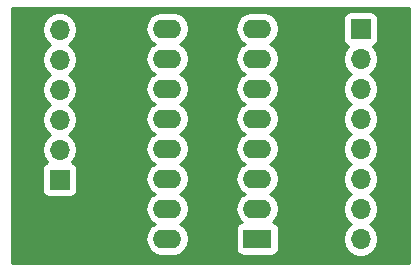
<source format=gbr>
G04 #@! TF.GenerationSoftware,KiCad,Pcbnew,5.0.2-bee76a0~70~ubuntu18.04.1*
G04 #@! TF.CreationDate,2019-03-01T21:34:11+01:00*
G04 #@! TF.ProjectId,MCP3008_filled,4d435033-3030-4385-9f66-696c6c65642e,2*
G04 #@! TF.SameCoordinates,Original*
G04 #@! TF.FileFunction,Copper,L2,Bot*
G04 #@! TF.FilePolarity,Positive*
%FSLAX46Y46*%
G04 Gerber Fmt 4.6, Leading zero omitted, Abs format (unit mm)*
G04 Created by KiCad (PCBNEW 5.0.2-bee76a0~70~ubuntu18.04.1) date Fr 01 Mär 2019 21:34:11 CET*
%MOMM*%
%LPD*%
G01*
G04 APERTURE LIST*
G04 #@! TA.AperFunction,ComponentPad*
%ADD10O,1.700000X1.700000*%
G04 #@! TD*
G04 #@! TA.AperFunction,ComponentPad*
%ADD11R,1.700000X1.700000*%
G04 #@! TD*
G04 #@! TA.AperFunction,ComponentPad*
%ADD12O,2.400000X1.600000*%
G04 #@! TD*
G04 #@! TA.AperFunction,ComponentPad*
%ADD13R,2.400000X1.600000*%
G04 #@! TD*
G04 #@! TA.AperFunction,NonConductor*
%ADD14C,0.254000*%
G04 #@! TD*
G04 APERTURE END LIST*
D10*
G04 #@! TO.P,REF\002A\002A,8*
G04 #@! TO.N,N/C*
X205740000Y-93780000D03*
G04 #@! TO.P,REF\002A\002A,7*
X205740000Y-91240000D03*
G04 #@! TO.P,REF\002A\002A,6*
X205740000Y-88700000D03*
G04 #@! TO.P,REF\002A\002A,5*
X205740000Y-86160000D03*
G04 #@! TO.P,REF\002A\002A,4*
X205740000Y-83620000D03*
G04 #@! TO.P,REF\002A\002A,3*
X205740000Y-81080000D03*
G04 #@! TO.P,REF\002A\002A,2*
X205740000Y-78540000D03*
D11*
G04 #@! TO.P,REF\002A\002A,1*
X205740000Y-76000000D03*
G04 #@! TD*
D10*
G04 #@! TO.P,REF\002A\002A,6*
G04 #@! TO.N,N/C*
X180250000Y-76050000D03*
G04 #@! TO.P,REF\002A\002A,5*
X180250000Y-78590000D03*
G04 #@! TO.P,REF\002A\002A,4*
X180250000Y-81130000D03*
G04 #@! TO.P,REF\002A\002A,3*
X180250000Y-83670000D03*
G04 #@! TO.P,REF\002A\002A,2*
X180250000Y-86210000D03*
D11*
G04 #@! TO.P,REF\002A\002A,1*
X180250000Y-88750000D03*
G04 #@! TD*
D12*
G04 #@! TO.P,REF\002A\002A,16*
G04 #@! TO.N,N/C*
X189380000Y-93750000D03*
G04 #@! TO.P,REF\002A\002A,8*
X197000000Y-75970000D03*
G04 #@! TO.P,REF\002A\002A,15*
X189380000Y-91210000D03*
G04 #@! TO.P,REF\002A\002A,7*
X197000000Y-78510000D03*
G04 #@! TO.P,REF\002A\002A,14*
X189380000Y-88670000D03*
G04 #@! TO.P,REF\002A\002A,6*
X197000000Y-81050000D03*
G04 #@! TO.P,REF\002A\002A,13*
X189380000Y-86130000D03*
G04 #@! TO.P,REF\002A\002A,5*
X197000000Y-83590000D03*
G04 #@! TO.P,REF\002A\002A,12*
X189380000Y-83590000D03*
G04 #@! TO.P,REF\002A\002A,4*
X197000000Y-86130000D03*
G04 #@! TO.P,REF\002A\002A,11*
X189380000Y-81050000D03*
G04 #@! TO.P,REF\002A\002A,3*
X197000000Y-88670000D03*
G04 #@! TO.P,REF\002A\002A,10*
X189380000Y-78510000D03*
G04 #@! TO.P,REF\002A\002A,2*
X197000000Y-91210000D03*
G04 #@! TO.P,REF\002A\002A,9*
X189380000Y-75970000D03*
D13*
G04 #@! TO.P,REF\002A\002A,1*
X197000000Y-93750000D03*
G04 #@! TD*
D14*
G36*
X209815001Y-95815000D02*
X176185000Y-95815000D01*
X176185000Y-76050000D01*
X178735908Y-76050000D01*
X178851161Y-76629418D01*
X179179375Y-77120625D01*
X179477761Y-77320000D01*
X179179375Y-77519375D01*
X178851161Y-78010582D01*
X178735908Y-78590000D01*
X178851161Y-79169418D01*
X179179375Y-79660625D01*
X179477761Y-79860000D01*
X179179375Y-80059375D01*
X178851161Y-80550582D01*
X178735908Y-81130000D01*
X178851161Y-81709418D01*
X179179375Y-82200625D01*
X179477761Y-82400000D01*
X179179375Y-82599375D01*
X178851161Y-83090582D01*
X178735908Y-83670000D01*
X178851161Y-84249418D01*
X179179375Y-84740625D01*
X179477761Y-84940000D01*
X179179375Y-85139375D01*
X178851161Y-85630582D01*
X178735908Y-86210000D01*
X178851161Y-86789418D01*
X179179375Y-87280625D01*
X179197619Y-87292816D01*
X179152235Y-87301843D01*
X179099214Y-87337271D01*
X179040302Y-87361673D01*
X178995211Y-87406764D01*
X178942191Y-87442191D01*
X178906765Y-87495209D01*
X178861673Y-87540301D01*
X178837270Y-87599215D01*
X178801843Y-87652235D01*
X178789403Y-87714776D01*
X178765000Y-87773690D01*
X178765000Y-87837459D01*
X178752560Y-87900000D01*
X178752560Y-89600000D01*
X178765000Y-89662541D01*
X178765000Y-89726310D01*
X178789403Y-89785224D01*
X178801843Y-89847765D01*
X178837270Y-89900785D01*
X178861673Y-89959699D01*
X178906765Y-90004791D01*
X178942191Y-90057809D01*
X178995211Y-90093236D01*
X179040302Y-90138327D01*
X179099214Y-90162729D01*
X179152235Y-90198157D01*
X179214778Y-90210597D01*
X179273691Y-90235000D01*
X179337459Y-90235000D01*
X179400000Y-90247440D01*
X181100000Y-90247440D01*
X181162541Y-90235000D01*
X181226309Y-90235000D01*
X181285222Y-90210597D01*
X181347765Y-90198157D01*
X181400786Y-90162729D01*
X181459698Y-90138327D01*
X181504789Y-90093236D01*
X181557809Y-90057809D01*
X181593235Y-90004791D01*
X181638327Y-89959699D01*
X181662730Y-89900785D01*
X181698157Y-89847765D01*
X181710597Y-89785224D01*
X181735000Y-89726310D01*
X181735000Y-89662541D01*
X181747440Y-89600000D01*
X181747440Y-87900000D01*
X181735000Y-87837459D01*
X181735000Y-87773690D01*
X181710597Y-87714776D01*
X181698157Y-87652235D01*
X181662730Y-87599215D01*
X181638327Y-87540301D01*
X181593235Y-87495209D01*
X181557809Y-87442191D01*
X181504789Y-87406764D01*
X181459698Y-87361673D01*
X181400786Y-87337271D01*
X181347765Y-87301843D01*
X181302381Y-87292816D01*
X181320625Y-87280625D01*
X181648839Y-86789418D01*
X181764092Y-86210000D01*
X181648839Y-85630582D01*
X181320625Y-85139375D01*
X181022239Y-84940000D01*
X181320625Y-84740625D01*
X181648839Y-84249418D01*
X181764092Y-83670000D01*
X181648839Y-83090582D01*
X181320625Y-82599375D01*
X181022239Y-82400000D01*
X181320625Y-82200625D01*
X181648839Y-81709418D01*
X181764092Y-81130000D01*
X181648839Y-80550582D01*
X181320625Y-80059375D01*
X181022239Y-79860000D01*
X181320625Y-79660625D01*
X181648839Y-79169418D01*
X181764092Y-78590000D01*
X181648839Y-78010582D01*
X181320625Y-77519375D01*
X181022239Y-77320000D01*
X181320625Y-77120625D01*
X181648839Y-76629418D01*
X181764092Y-76050000D01*
X181748180Y-75970000D01*
X187516887Y-75970000D01*
X187628260Y-76529909D01*
X187945423Y-77004577D01*
X188297758Y-77240000D01*
X187945423Y-77475423D01*
X187628260Y-77950091D01*
X187516887Y-78510000D01*
X187628260Y-79069909D01*
X187945423Y-79544577D01*
X188297758Y-79780000D01*
X187945423Y-80015423D01*
X187628260Y-80490091D01*
X187516887Y-81050000D01*
X187628260Y-81609909D01*
X187945423Y-82084577D01*
X188297758Y-82320000D01*
X187945423Y-82555423D01*
X187628260Y-83030091D01*
X187516887Y-83590000D01*
X187628260Y-84149909D01*
X187945423Y-84624577D01*
X188297758Y-84860000D01*
X187945423Y-85095423D01*
X187628260Y-85570091D01*
X187516887Y-86130000D01*
X187628260Y-86689909D01*
X187945423Y-87164577D01*
X188297758Y-87400000D01*
X187945423Y-87635423D01*
X187628260Y-88110091D01*
X187516887Y-88670000D01*
X187628260Y-89229909D01*
X187945423Y-89704577D01*
X188297758Y-89940000D01*
X187945423Y-90175423D01*
X187628260Y-90650091D01*
X187516887Y-91210000D01*
X187628260Y-91769909D01*
X187945423Y-92244577D01*
X188297758Y-92480000D01*
X187945423Y-92715423D01*
X187628260Y-93190091D01*
X187516887Y-93750000D01*
X187628260Y-94309909D01*
X187945423Y-94784577D01*
X188420091Y-95101740D01*
X188838667Y-95185000D01*
X189921333Y-95185000D01*
X190339909Y-95101740D01*
X190814577Y-94784577D01*
X191131740Y-94309909D01*
X191243113Y-93750000D01*
X191131740Y-93190091D01*
X190814577Y-92715423D01*
X190462242Y-92480000D01*
X190814577Y-92244577D01*
X191131740Y-91769909D01*
X191243113Y-91210000D01*
X191131740Y-90650091D01*
X190814577Y-90175423D01*
X190462242Y-89940000D01*
X190814577Y-89704577D01*
X191131740Y-89229909D01*
X191243113Y-88670000D01*
X191131740Y-88110091D01*
X190814577Y-87635423D01*
X190462242Y-87400000D01*
X190814577Y-87164577D01*
X191131740Y-86689909D01*
X191243113Y-86130000D01*
X191131740Y-85570091D01*
X190814577Y-85095423D01*
X190462242Y-84860000D01*
X190814577Y-84624577D01*
X191131740Y-84149909D01*
X191243113Y-83590000D01*
X191131740Y-83030091D01*
X190814577Y-82555423D01*
X190462242Y-82320000D01*
X190814577Y-82084577D01*
X191131740Y-81609909D01*
X191243113Y-81050000D01*
X191131740Y-80490091D01*
X190814577Y-80015423D01*
X190462242Y-79780000D01*
X190814577Y-79544577D01*
X191131740Y-79069909D01*
X191243113Y-78510000D01*
X191131740Y-77950091D01*
X190814577Y-77475423D01*
X190462242Y-77240000D01*
X190814577Y-77004577D01*
X191131740Y-76529909D01*
X191243113Y-75970000D01*
X195136887Y-75970000D01*
X195248260Y-76529909D01*
X195565423Y-77004577D01*
X195917758Y-77240000D01*
X195565423Y-77475423D01*
X195248260Y-77950091D01*
X195136887Y-78510000D01*
X195248260Y-79069909D01*
X195565423Y-79544577D01*
X195917758Y-79780000D01*
X195565423Y-80015423D01*
X195248260Y-80490091D01*
X195136887Y-81050000D01*
X195248260Y-81609909D01*
X195565423Y-82084577D01*
X195917758Y-82320000D01*
X195565423Y-82555423D01*
X195248260Y-83030091D01*
X195136887Y-83590000D01*
X195248260Y-84149909D01*
X195565423Y-84624577D01*
X195917758Y-84860000D01*
X195565423Y-85095423D01*
X195248260Y-85570091D01*
X195136887Y-86130000D01*
X195248260Y-86689909D01*
X195565423Y-87164577D01*
X195917758Y-87400000D01*
X195565423Y-87635423D01*
X195248260Y-88110091D01*
X195136887Y-88670000D01*
X195248260Y-89229909D01*
X195565423Y-89704577D01*
X195917758Y-89940000D01*
X195565423Y-90175423D01*
X195248260Y-90650091D01*
X195136887Y-91210000D01*
X195248260Y-91769909D01*
X195565423Y-92244577D01*
X195671918Y-92315735D01*
X195614778Y-92339403D01*
X195552235Y-92351843D01*
X195499214Y-92387271D01*
X195440302Y-92411673D01*
X195395211Y-92456764D01*
X195342191Y-92492191D01*
X195306765Y-92545209D01*
X195261673Y-92590301D01*
X195237270Y-92649215D01*
X195201843Y-92702235D01*
X195189403Y-92764776D01*
X195165000Y-92823690D01*
X195165000Y-92887459D01*
X195152560Y-92950000D01*
X195152560Y-94550000D01*
X195165000Y-94612541D01*
X195165000Y-94676310D01*
X195189403Y-94735224D01*
X195201843Y-94797765D01*
X195237270Y-94850785D01*
X195261673Y-94909699D01*
X195306765Y-94954791D01*
X195342191Y-95007809D01*
X195395211Y-95043236D01*
X195440302Y-95088327D01*
X195499214Y-95112729D01*
X195552235Y-95148157D01*
X195614778Y-95160597D01*
X195673691Y-95185000D01*
X195737459Y-95185000D01*
X195800000Y-95197440D01*
X198200000Y-95197440D01*
X198262541Y-95185000D01*
X198326309Y-95185000D01*
X198385222Y-95160597D01*
X198447765Y-95148157D01*
X198500786Y-95112729D01*
X198559698Y-95088327D01*
X198604789Y-95043236D01*
X198657809Y-95007809D01*
X198693235Y-94954791D01*
X198738327Y-94909699D01*
X198762730Y-94850785D01*
X198798157Y-94797765D01*
X198810597Y-94735224D01*
X198835000Y-94676310D01*
X198835000Y-94612541D01*
X198847440Y-94550000D01*
X198847440Y-92950000D01*
X198835000Y-92887459D01*
X198835000Y-92823690D01*
X198810597Y-92764776D01*
X198798157Y-92702235D01*
X198762730Y-92649215D01*
X198738327Y-92590301D01*
X198693235Y-92545209D01*
X198657809Y-92492191D01*
X198604789Y-92456764D01*
X198559698Y-92411673D01*
X198500786Y-92387271D01*
X198447765Y-92351843D01*
X198385222Y-92339403D01*
X198328082Y-92315735D01*
X198434577Y-92244577D01*
X198751740Y-91769909D01*
X198863113Y-91210000D01*
X198751740Y-90650091D01*
X198434577Y-90175423D01*
X198082242Y-89940000D01*
X198434577Y-89704577D01*
X198751740Y-89229909D01*
X198863113Y-88670000D01*
X198751740Y-88110091D01*
X198434577Y-87635423D01*
X198082242Y-87400000D01*
X198434577Y-87164577D01*
X198751740Y-86689909D01*
X198863113Y-86130000D01*
X198751740Y-85570091D01*
X198434577Y-85095423D01*
X198082242Y-84860000D01*
X198434577Y-84624577D01*
X198751740Y-84149909D01*
X198863113Y-83590000D01*
X198751740Y-83030091D01*
X198434577Y-82555423D01*
X198082242Y-82320000D01*
X198434577Y-82084577D01*
X198751740Y-81609909D01*
X198863113Y-81050000D01*
X198751740Y-80490091D01*
X198434577Y-80015423D01*
X198082242Y-79780000D01*
X198434577Y-79544577D01*
X198751740Y-79069909D01*
X198857145Y-78540000D01*
X204225908Y-78540000D01*
X204341161Y-79119418D01*
X204669375Y-79610625D01*
X204967761Y-79810000D01*
X204669375Y-80009375D01*
X204341161Y-80500582D01*
X204225908Y-81080000D01*
X204341161Y-81659418D01*
X204669375Y-82150625D01*
X204967761Y-82350000D01*
X204669375Y-82549375D01*
X204341161Y-83040582D01*
X204225908Y-83620000D01*
X204341161Y-84199418D01*
X204669375Y-84690625D01*
X204967761Y-84890000D01*
X204669375Y-85089375D01*
X204341161Y-85580582D01*
X204225908Y-86160000D01*
X204341161Y-86739418D01*
X204669375Y-87230625D01*
X204967761Y-87430000D01*
X204669375Y-87629375D01*
X204341161Y-88120582D01*
X204225908Y-88700000D01*
X204341161Y-89279418D01*
X204669375Y-89770625D01*
X204967761Y-89970000D01*
X204669375Y-90169375D01*
X204341161Y-90660582D01*
X204225908Y-91240000D01*
X204341161Y-91819418D01*
X204669375Y-92310625D01*
X204967761Y-92510000D01*
X204669375Y-92709375D01*
X204341161Y-93200582D01*
X204225908Y-93780000D01*
X204341161Y-94359418D01*
X204669375Y-94850625D01*
X205160582Y-95178839D01*
X205593744Y-95265000D01*
X205886256Y-95265000D01*
X206319418Y-95178839D01*
X206810625Y-94850625D01*
X207138839Y-94359418D01*
X207254092Y-93780000D01*
X207138839Y-93200582D01*
X206810625Y-92709375D01*
X206512239Y-92510000D01*
X206810625Y-92310625D01*
X207138839Y-91819418D01*
X207254092Y-91240000D01*
X207138839Y-90660582D01*
X206810625Y-90169375D01*
X206512239Y-89970000D01*
X206810625Y-89770625D01*
X207138839Y-89279418D01*
X207254092Y-88700000D01*
X207138839Y-88120582D01*
X206810625Y-87629375D01*
X206512239Y-87430000D01*
X206810625Y-87230625D01*
X207138839Y-86739418D01*
X207254092Y-86160000D01*
X207138839Y-85580582D01*
X206810625Y-85089375D01*
X206512239Y-84890000D01*
X206810625Y-84690625D01*
X207138839Y-84199418D01*
X207254092Y-83620000D01*
X207138839Y-83040582D01*
X206810625Y-82549375D01*
X206512239Y-82350000D01*
X206810625Y-82150625D01*
X207138839Y-81659418D01*
X207254092Y-81080000D01*
X207138839Y-80500582D01*
X206810625Y-80009375D01*
X206512239Y-79810000D01*
X206810625Y-79610625D01*
X207138839Y-79119418D01*
X207254092Y-78540000D01*
X207138839Y-77960582D01*
X206810625Y-77469375D01*
X206792381Y-77457184D01*
X206837765Y-77448157D01*
X206890786Y-77412729D01*
X206949698Y-77388327D01*
X206994789Y-77343236D01*
X207047809Y-77307809D01*
X207083235Y-77254791D01*
X207128327Y-77209699D01*
X207152730Y-77150785D01*
X207188157Y-77097765D01*
X207200597Y-77035224D01*
X207225000Y-76976310D01*
X207225000Y-76912541D01*
X207237440Y-76850000D01*
X207237440Y-75150000D01*
X207225000Y-75087459D01*
X207225000Y-75023690D01*
X207200597Y-74964776D01*
X207188157Y-74902235D01*
X207152730Y-74849215D01*
X207128327Y-74790301D01*
X207083235Y-74745209D01*
X207047809Y-74692191D01*
X206994789Y-74656764D01*
X206949698Y-74611673D01*
X206890786Y-74587271D01*
X206837765Y-74551843D01*
X206775222Y-74539403D01*
X206716309Y-74515000D01*
X206652541Y-74515000D01*
X206590000Y-74502560D01*
X204890000Y-74502560D01*
X204827459Y-74515000D01*
X204763691Y-74515000D01*
X204704778Y-74539403D01*
X204642235Y-74551843D01*
X204589214Y-74587271D01*
X204530302Y-74611673D01*
X204485211Y-74656764D01*
X204432191Y-74692191D01*
X204396765Y-74745209D01*
X204351673Y-74790301D01*
X204327270Y-74849215D01*
X204291843Y-74902235D01*
X204279403Y-74964776D01*
X204255000Y-75023690D01*
X204255000Y-75087459D01*
X204242560Y-75150000D01*
X204242560Y-76850000D01*
X204255000Y-76912541D01*
X204255000Y-76976310D01*
X204279403Y-77035224D01*
X204291843Y-77097765D01*
X204327270Y-77150785D01*
X204351673Y-77209699D01*
X204396765Y-77254791D01*
X204432191Y-77307809D01*
X204485211Y-77343236D01*
X204530302Y-77388327D01*
X204589214Y-77412729D01*
X204642235Y-77448157D01*
X204687619Y-77457184D01*
X204669375Y-77469375D01*
X204341161Y-77960582D01*
X204225908Y-78540000D01*
X198857145Y-78540000D01*
X198863113Y-78510000D01*
X198751740Y-77950091D01*
X198434577Y-77475423D01*
X198082242Y-77240000D01*
X198434577Y-77004577D01*
X198751740Y-76529909D01*
X198863113Y-75970000D01*
X198751740Y-75410091D01*
X198434577Y-74935423D01*
X197959909Y-74618260D01*
X197541333Y-74535000D01*
X196458667Y-74535000D01*
X196040091Y-74618260D01*
X195565423Y-74935423D01*
X195248260Y-75410091D01*
X195136887Y-75970000D01*
X191243113Y-75970000D01*
X191131740Y-75410091D01*
X190814577Y-74935423D01*
X190339909Y-74618260D01*
X189921333Y-74535000D01*
X188838667Y-74535000D01*
X188420091Y-74618260D01*
X187945423Y-74935423D01*
X187628260Y-75410091D01*
X187516887Y-75970000D01*
X181748180Y-75970000D01*
X181648839Y-75470582D01*
X181320625Y-74979375D01*
X180829418Y-74651161D01*
X180396256Y-74565000D01*
X180103744Y-74565000D01*
X179670582Y-74651161D01*
X179179375Y-74979375D01*
X178851161Y-75470582D01*
X178735908Y-76050000D01*
X176185000Y-76050000D01*
X176185000Y-74185000D01*
X209815000Y-74185000D01*
X209815001Y-95815000D01*
X209815001Y-95815000D01*
G37*
X209815001Y-95815000D02*
X176185000Y-95815000D01*
X176185000Y-76050000D01*
X178735908Y-76050000D01*
X178851161Y-76629418D01*
X179179375Y-77120625D01*
X179477761Y-77320000D01*
X179179375Y-77519375D01*
X178851161Y-78010582D01*
X178735908Y-78590000D01*
X178851161Y-79169418D01*
X179179375Y-79660625D01*
X179477761Y-79860000D01*
X179179375Y-80059375D01*
X178851161Y-80550582D01*
X178735908Y-81130000D01*
X178851161Y-81709418D01*
X179179375Y-82200625D01*
X179477761Y-82400000D01*
X179179375Y-82599375D01*
X178851161Y-83090582D01*
X178735908Y-83670000D01*
X178851161Y-84249418D01*
X179179375Y-84740625D01*
X179477761Y-84940000D01*
X179179375Y-85139375D01*
X178851161Y-85630582D01*
X178735908Y-86210000D01*
X178851161Y-86789418D01*
X179179375Y-87280625D01*
X179197619Y-87292816D01*
X179152235Y-87301843D01*
X179099214Y-87337271D01*
X179040302Y-87361673D01*
X178995211Y-87406764D01*
X178942191Y-87442191D01*
X178906765Y-87495209D01*
X178861673Y-87540301D01*
X178837270Y-87599215D01*
X178801843Y-87652235D01*
X178789403Y-87714776D01*
X178765000Y-87773690D01*
X178765000Y-87837459D01*
X178752560Y-87900000D01*
X178752560Y-89600000D01*
X178765000Y-89662541D01*
X178765000Y-89726310D01*
X178789403Y-89785224D01*
X178801843Y-89847765D01*
X178837270Y-89900785D01*
X178861673Y-89959699D01*
X178906765Y-90004791D01*
X178942191Y-90057809D01*
X178995211Y-90093236D01*
X179040302Y-90138327D01*
X179099214Y-90162729D01*
X179152235Y-90198157D01*
X179214778Y-90210597D01*
X179273691Y-90235000D01*
X179337459Y-90235000D01*
X179400000Y-90247440D01*
X181100000Y-90247440D01*
X181162541Y-90235000D01*
X181226309Y-90235000D01*
X181285222Y-90210597D01*
X181347765Y-90198157D01*
X181400786Y-90162729D01*
X181459698Y-90138327D01*
X181504789Y-90093236D01*
X181557809Y-90057809D01*
X181593235Y-90004791D01*
X181638327Y-89959699D01*
X181662730Y-89900785D01*
X181698157Y-89847765D01*
X181710597Y-89785224D01*
X181735000Y-89726310D01*
X181735000Y-89662541D01*
X181747440Y-89600000D01*
X181747440Y-87900000D01*
X181735000Y-87837459D01*
X181735000Y-87773690D01*
X181710597Y-87714776D01*
X181698157Y-87652235D01*
X181662730Y-87599215D01*
X181638327Y-87540301D01*
X181593235Y-87495209D01*
X181557809Y-87442191D01*
X181504789Y-87406764D01*
X181459698Y-87361673D01*
X181400786Y-87337271D01*
X181347765Y-87301843D01*
X181302381Y-87292816D01*
X181320625Y-87280625D01*
X181648839Y-86789418D01*
X181764092Y-86210000D01*
X181648839Y-85630582D01*
X181320625Y-85139375D01*
X181022239Y-84940000D01*
X181320625Y-84740625D01*
X181648839Y-84249418D01*
X181764092Y-83670000D01*
X181648839Y-83090582D01*
X181320625Y-82599375D01*
X181022239Y-82400000D01*
X181320625Y-82200625D01*
X181648839Y-81709418D01*
X181764092Y-81130000D01*
X181648839Y-80550582D01*
X181320625Y-80059375D01*
X181022239Y-79860000D01*
X181320625Y-79660625D01*
X181648839Y-79169418D01*
X181764092Y-78590000D01*
X181648839Y-78010582D01*
X181320625Y-77519375D01*
X181022239Y-77320000D01*
X181320625Y-77120625D01*
X181648839Y-76629418D01*
X181764092Y-76050000D01*
X181748180Y-75970000D01*
X187516887Y-75970000D01*
X187628260Y-76529909D01*
X187945423Y-77004577D01*
X188297758Y-77240000D01*
X187945423Y-77475423D01*
X187628260Y-77950091D01*
X187516887Y-78510000D01*
X187628260Y-79069909D01*
X187945423Y-79544577D01*
X188297758Y-79780000D01*
X187945423Y-80015423D01*
X187628260Y-80490091D01*
X187516887Y-81050000D01*
X187628260Y-81609909D01*
X187945423Y-82084577D01*
X188297758Y-82320000D01*
X187945423Y-82555423D01*
X187628260Y-83030091D01*
X187516887Y-83590000D01*
X187628260Y-84149909D01*
X187945423Y-84624577D01*
X188297758Y-84860000D01*
X187945423Y-85095423D01*
X187628260Y-85570091D01*
X187516887Y-86130000D01*
X187628260Y-86689909D01*
X187945423Y-87164577D01*
X188297758Y-87400000D01*
X187945423Y-87635423D01*
X187628260Y-88110091D01*
X187516887Y-88670000D01*
X187628260Y-89229909D01*
X187945423Y-89704577D01*
X188297758Y-89940000D01*
X187945423Y-90175423D01*
X187628260Y-90650091D01*
X187516887Y-91210000D01*
X187628260Y-91769909D01*
X187945423Y-92244577D01*
X188297758Y-92480000D01*
X187945423Y-92715423D01*
X187628260Y-93190091D01*
X187516887Y-93750000D01*
X187628260Y-94309909D01*
X187945423Y-94784577D01*
X188420091Y-95101740D01*
X188838667Y-95185000D01*
X189921333Y-95185000D01*
X190339909Y-95101740D01*
X190814577Y-94784577D01*
X191131740Y-94309909D01*
X191243113Y-93750000D01*
X191131740Y-93190091D01*
X190814577Y-92715423D01*
X190462242Y-92480000D01*
X190814577Y-92244577D01*
X191131740Y-91769909D01*
X191243113Y-91210000D01*
X191131740Y-90650091D01*
X190814577Y-90175423D01*
X190462242Y-89940000D01*
X190814577Y-89704577D01*
X191131740Y-89229909D01*
X191243113Y-88670000D01*
X191131740Y-88110091D01*
X190814577Y-87635423D01*
X190462242Y-87400000D01*
X190814577Y-87164577D01*
X191131740Y-86689909D01*
X191243113Y-86130000D01*
X191131740Y-85570091D01*
X190814577Y-85095423D01*
X190462242Y-84860000D01*
X190814577Y-84624577D01*
X191131740Y-84149909D01*
X191243113Y-83590000D01*
X191131740Y-83030091D01*
X190814577Y-82555423D01*
X190462242Y-82320000D01*
X190814577Y-82084577D01*
X191131740Y-81609909D01*
X191243113Y-81050000D01*
X191131740Y-80490091D01*
X190814577Y-80015423D01*
X190462242Y-79780000D01*
X190814577Y-79544577D01*
X191131740Y-79069909D01*
X191243113Y-78510000D01*
X191131740Y-77950091D01*
X190814577Y-77475423D01*
X190462242Y-77240000D01*
X190814577Y-77004577D01*
X191131740Y-76529909D01*
X191243113Y-75970000D01*
X195136887Y-75970000D01*
X195248260Y-76529909D01*
X195565423Y-77004577D01*
X195917758Y-77240000D01*
X195565423Y-77475423D01*
X195248260Y-77950091D01*
X195136887Y-78510000D01*
X195248260Y-79069909D01*
X195565423Y-79544577D01*
X195917758Y-79780000D01*
X195565423Y-80015423D01*
X195248260Y-80490091D01*
X195136887Y-81050000D01*
X195248260Y-81609909D01*
X195565423Y-82084577D01*
X195917758Y-82320000D01*
X195565423Y-82555423D01*
X195248260Y-83030091D01*
X195136887Y-83590000D01*
X195248260Y-84149909D01*
X195565423Y-84624577D01*
X195917758Y-84860000D01*
X195565423Y-85095423D01*
X195248260Y-85570091D01*
X195136887Y-86130000D01*
X195248260Y-86689909D01*
X195565423Y-87164577D01*
X195917758Y-87400000D01*
X195565423Y-87635423D01*
X195248260Y-88110091D01*
X195136887Y-88670000D01*
X195248260Y-89229909D01*
X195565423Y-89704577D01*
X195917758Y-89940000D01*
X195565423Y-90175423D01*
X195248260Y-90650091D01*
X195136887Y-91210000D01*
X195248260Y-91769909D01*
X195565423Y-92244577D01*
X195671918Y-92315735D01*
X195614778Y-92339403D01*
X195552235Y-92351843D01*
X195499214Y-92387271D01*
X195440302Y-92411673D01*
X195395211Y-92456764D01*
X195342191Y-92492191D01*
X195306765Y-92545209D01*
X195261673Y-92590301D01*
X195237270Y-92649215D01*
X195201843Y-92702235D01*
X195189403Y-92764776D01*
X195165000Y-92823690D01*
X195165000Y-92887459D01*
X195152560Y-92950000D01*
X195152560Y-94550000D01*
X195165000Y-94612541D01*
X195165000Y-94676310D01*
X195189403Y-94735224D01*
X195201843Y-94797765D01*
X195237270Y-94850785D01*
X195261673Y-94909699D01*
X195306765Y-94954791D01*
X195342191Y-95007809D01*
X195395211Y-95043236D01*
X195440302Y-95088327D01*
X195499214Y-95112729D01*
X195552235Y-95148157D01*
X195614778Y-95160597D01*
X195673691Y-95185000D01*
X195737459Y-95185000D01*
X195800000Y-95197440D01*
X198200000Y-95197440D01*
X198262541Y-95185000D01*
X198326309Y-95185000D01*
X198385222Y-95160597D01*
X198447765Y-95148157D01*
X198500786Y-95112729D01*
X198559698Y-95088327D01*
X198604789Y-95043236D01*
X198657809Y-95007809D01*
X198693235Y-94954791D01*
X198738327Y-94909699D01*
X198762730Y-94850785D01*
X198798157Y-94797765D01*
X198810597Y-94735224D01*
X198835000Y-94676310D01*
X198835000Y-94612541D01*
X198847440Y-94550000D01*
X198847440Y-92950000D01*
X198835000Y-92887459D01*
X198835000Y-92823690D01*
X198810597Y-92764776D01*
X198798157Y-92702235D01*
X198762730Y-92649215D01*
X198738327Y-92590301D01*
X198693235Y-92545209D01*
X198657809Y-92492191D01*
X198604789Y-92456764D01*
X198559698Y-92411673D01*
X198500786Y-92387271D01*
X198447765Y-92351843D01*
X198385222Y-92339403D01*
X198328082Y-92315735D01*
X198434577Y-92244577D01*
X198751740Y-91769909D01*
X198863113Y-91210000D01*
X198751740Y-90650091D01*
X198434577Y-90175423D01*
X198082242Y-89940000D01*
X198434577Y-89704577D01*
X198751740Y-89229909D01*
X198863113Y-88670000D01*
X198751740Y-88110091D01*
X198434577Y-87635423D01*
X198082242Y-87400000D01*
X198434577Y-87164577D01*
X198751740Y-86689909D01*
X198863113Y-86130000D01*
X198751740Y-85570091D01*
X198434577Y-85095423D01*
X198082242Y-84860000D01*
X198434577Y-84624577D01*
X198751740Y-84149909D01*
X198863113Y-83590000D01*
X198751740Y-83030091D01*
X198434577Y-82555423D01*
X198082242Y-82320000D01*
X198434577Y-82084577D01*
X198751740Y-81609909D01*
X198863113Y-81050000D01*
X198751740Y-80490091D01*
X198434577Y-80015423D01*
X198082242Y-79780000D01*
X198434577Y-79544577D01*
X198751740Y-79069909D01*
X198857145Y-78540000D01*
X204225908Y-78540000D01*
X204341161Y-79119418D01*
X204669375Y-79610625D01*
X204967761Y-79810000D01*
X204669375Y-80009375D01*
X204341161Y-80500582D01*
X204225908Y-81080000D01*
X204341161Y-81659418D01*
X204669375Y-82150625D01*
X204967761Y-82350000D01*
X204669375Y-82549375D01*
X204341161Y-83040582D01*
X204225908Y-83620000D01*
X204341161Y-84199418D01*
X204669375Y-84690625D01*
X204967761Y-84890000D01*
X204669375Y-85089375D01*
X204341161Y-85580582D01*
X204225908Y-86160000D01*
X204341161Y-86739418D01*
X204669375Y-87230625D01*
X204967761Y-87430000D01*
X204669375Y-87629375D01*
X204341161Y-88120582D01*
X204225908Y-88700000D01*
X204341161Y-89279418D01*
X204669375Y-89770625D01*
X204967761Y-89970000D01*
X204669375Y-90169375D01*
X204341161Y-90660582D01*
X204225908Y-91240000D01*
X204341161Y-91819418D01*
X204669375Y-92310625D01*
X204967761Y-92510000D01*
X204669375Y-92709375D01*
X204341161Y-93200582D01*
X204225908Y-93780000D01*
X204341161Y-94359418D01*
X204669375Y-94850625D01*
X205160582Y-95178839D01*
X205593744Y-95265000D01*
X205886256Y-95265000D01*
X206319418Y-95178839D01*
X206810625Y-94850625D01*
X207138839Y-94359418D01*
X207254092Y-93780000D01*
X207138839Y-93200582D01*
X206810625Y-92709375D01*
X206512239Y-92510000D01*
X206810625Y-92310625D01*
X207138839Y-91819418D01*
X207254092Y-91240000D01*
X207138839Y-90660582D01*
X206810625Y-90169375D01*
X206512239Y-89970000D01*
X206810625Y-89770625D01*
X207138839Y-89279418D01*
X207254092Y-88700000D01*
X207138839Y-88120582D01*
X206810625Y-87629375D01*
X206512239Y-87430000D01*
X206810625Y-87230625D01*
X207138839Y-86739418D01*
X207254092Y-86160000D01*
X207138839Y-85580582D01*
X206810625Y-85089375D01*
X206512239Y-84890000D01*
X206810625Y-84690625D01*
X207138839Y-84199418D01*
X207254092Y-83620000D01*
X207138839Y-83040582D01*
X206810625Y-82549375D01*
X206512239Y-82350000D01*
X206810625Y-82150625D01*
X207138839Y-81659418D01*
X207254092Y-81080000D01*
X207138839Y-80500582D01*
X206810625Y-80009375D01*
X206512239Y-79810000D01*
X206810625Y-79610625D01*
X207138839Y-79119418D01*
X207254092Y-78540000D01*
X207138839Y-77960582D01*
X206810625Y-77469375D01*
X206792381Y-77457184D01*
X206837765Y-77448157D01*
X206890786Y-77412729D01*
X206949698Y-77388327D01*
X206994789Y-77343236D01*
X207047809Y-77307809D01*
X207083235Y-77254791D01*
X207128327Y-77209699D01*
X207152730Y-77150785D01*
X207188157Y-77097765D01*
X207200597Y-77035224D01*
X207225000Y-76976310D01*
X207225000Y-76912541D01*
X207237440Y-76850000D01*
X207237440Y-75150000D01*
X207225000Y-75087459D01*
X207225000Y-75023690D01*
X207200597Y-74964776D01*
X207188157Y-74902235D01*
X207152730Y-74849215D01*
X207128327Y-74790301D01*
X207083235Y-74745209D01*
X207047809Y-74692191D01*
X206994789Y-74656764D01*
X206949698Y-74611673D01*
X206890786Y-74587271D01*
X206837765Y-74551843D01*
X206775222Y-74539403D01*
X206716309Y-74515000D01*
X206652541Y-74515000D01*
X206590000Y-74502560D01*
X204890000Y-74502560D01*
X204827459Y-74515000D01*
X204763691Y-74515000D01*
X204704778Y-74539403D01*
X204642235Y-74551843D01*
X204589214Y-74587271D01*
X204530302Y-74611673D01*
X204485211Y-74656764D01*
X204432191Y-74692191D01*
X204396765Y-74745209D01*
X204351673Y-74790301D01*
X204327270Y-74849215D01*
X204291843Y-74902235D01*
X204279403Y-74964776D01*
X204255000Y-75023690D01*
X204255000Y-75087459D01*
X204242560Y-75150000D01*
X204242560Y-76850000D01*
X204255000Y-76912541D01*
X204255000Y-76976310D01*
X204279403Y-77035224D01*
X204291843Y-77097765D01*
X204327270Y-77150785D01*
X204351673Y-77209699D01*
X204396765Y-77254791D01*
X204432191Y-77307809D01*
X204485211Y-77343236D01*
X204530302Y-77388327D01*
X204589214Y-77412729D01*
X204642235Y-77448157D01*
X204687619Y-77457184D01*
X204669375Y-77469375D01*
X204341161Y-77960582D01*
X204225908Y-78540000D01*
X198857145Y-78540000D01*
X198863113Y-78510000D01*
X198751740Y-77950091D01*
X198434577Y-77475423D01*
X198082242Y-77240000D01*
X198434577Y-77004577D01*
X198751740Y-76529909D01*
X198863113Y-75970000D01*
X198751740Y-75410091D01*
X198434577Y-74935423D01*
X197959909Y-74618260D01*
X197541333Y-74535000D01*
X196458667Y-74535000D01*
X196040091Y-74618260D01*
X195565423Y-74935423D01*
X195248260Y-75410091D01*
X195136887Y-75970000D01*
X191243113Y-75970000D01*
X191131740Y-75410091D01*
X190814577Y-74935423D01*
X190339909Y-74618260D01*
X189921333Y-74535000D01*
X188838667Y-74535000D01*
X188420091Y-74618260D01*
X187945423Y-74935423D01*
X187628260Y-75410091D01*
X187516887Y-75970000D01*
X181748180Y-75970000D01*
X181648839Y-75470582D01*
X181320625Y-74979375D01*
X180829418Y-74651161D01*
X180396256Y-74565000D01*
X180103744Y-74565000D01*
X179670582Y-74651161D01*
X179179375Y-74979375D01*
X178851161Y-75470582D01*
X178735908Y-76050000D01*
X176185000Y-76050000D01*
X176185000Y-74185000D01*
X209815000Y-74185000D01*
X209815001Y-95815000D01*
M02*

</source>
